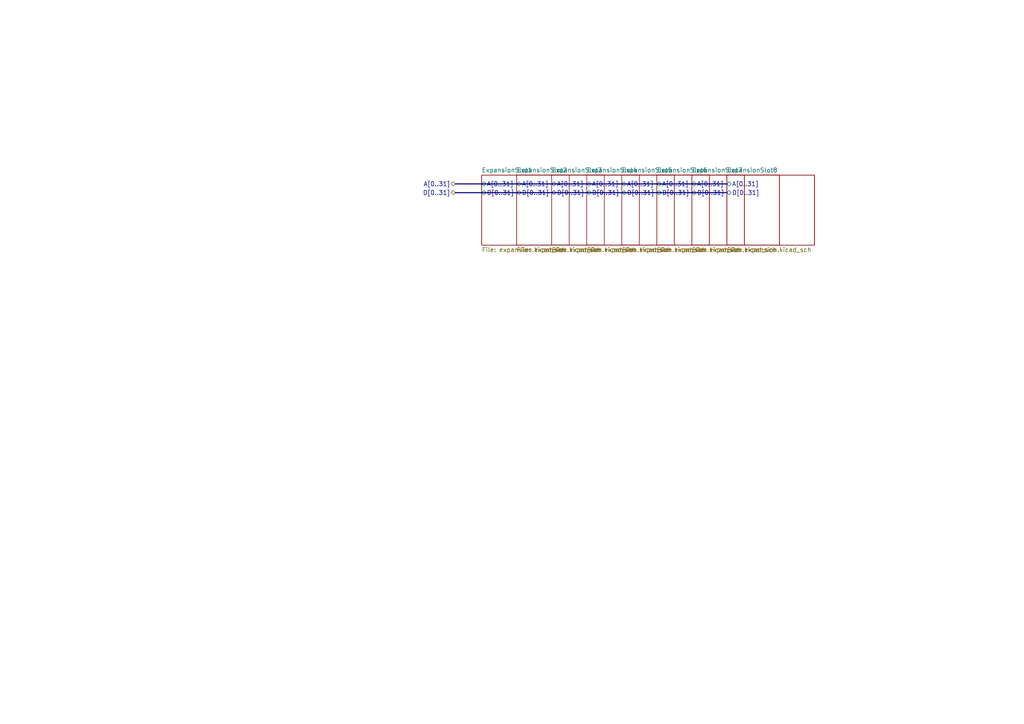
<source format=kicad_sch>
(kicad_sch (version 20230121) (generator eeschema)
  (paper "A4")
  (lib_symbols)
  (bus (pts (xy 132.08 53.34) (xy 210.82 53.34)))
  (bus (pts (xy 132.08 55.88) (xy 210.82 55.88)))
  (hierarchical_label "D[0..31]" (shape bidirectional) (at 132.08 55.88 180))
  (hierarchical_label "A[0..31]" (shape bidirectional) (at 132.08 53.34 180))
  (sheet (at 180.34 50.8) (size 25.4 20.32) (stroke (width 0.1524))
    (property "Sheetname" "ExpansionSlot5" (at 180.34 50.0884 0) (effects (justify left bottom)))
    (property "Sheetfile" "expansion.kicad_sch" (at 180.34 71.7046 0) (effects (justify left top)))
    (pin "D[0..31]" bidirectional (at 180.34 55.88 180))
    (pin "A[0..31]" bidirectional (at 180.34 53.34 180))
  )
  (sheet (at 210.82 50.8) (size 25.4 20.32) (stroke (width 0.1524))
    (property "Sheetname" "ExpansionSlot8" (at 210.82 50.0884 0) (effects (justify left bottom)))
    (property "Sheetfile" "expansion.kicad_sch" (at 210.82 71.7046 0) (effects (justify left top)))
    (pin "D[0..31]" bidirectional (at 210.82 55.88 180))
    (pin "A[0..31]" bidirectional (at 210.82 53.34 180))
  )
  (sheet (at 190.5 50.8) (size 25.4 20.32) (stroke (width 0.1524))
    (property "Sheetname" "ExpansionSlot6" (at 190.5 50.0884 0) (effects (justify left bottom)))
    (property "Sheetfile" "expansion.kicad_sch" (at 190.5 71.7046 0) (effects (justify left top)))
    (pin "D[0..31]" bidirectional (at 190.5 55.88 180))
    (pin "A[0..31]" bidirectional (at 190.5 53.34 180))
  )
  (sheet (at 139.7 50.8) (size 25.4 20.32) (stroke (width 0.1524))
    (property "Sheetname" "ExpansionSlot1" (at 139.7 50.0884 0) (effects (justify left bottom)))
    (property "Sheetfile" "expansion.kicad_sch" (at 139.7 71.7046 0) (effects (justify left top)))
    (pin "D[0..31]" bidirectional (at 139.7 55.88 180))
    (pin "A[0..31]" bidirectional (at 139.7 53.34 180))
  )
  (sheet (at 149.86 50.8) (size 25.4 20.32) (stroke (width 0.1524))
    (property "Sheetname" "ExpansionSlot2" (at 149.86 50.0884 0) (effects (justify left bottom)))
    (property "Sheetfile" "expansion.kicad_sch" (at 149.86 71.7046 0) (effects (justify left top)))
    (pin "D[0..31]" bidirectional (at 149.86 55.88 180))
    (pin "A[0..31]" bidirectional (at 149.86 53.34 180))
  )
  (sheet (at 170.18 50.8) (size 25.4 20.32) (stroke (width 0.1524))
    (property "Sheetname" "ExpansionSlot4" (at 170.18 50.0884 0) (effects (justify left bottom)))
    (property "Sheetfile" "expansion.kicad_sch" (at 170.18 71.7046 0) (effects (justify left top)))
    (pin "D[0..31]" bidirectional (at 170.18 55.88 180))
    (pin "A[0..31]" bidirectional (at 170.18 53.34 180))
  )
  (sheet (at 160.02 50.8) (size 25.4 20.32) (stroke (width 0.1524))
    (property "Sheetname" "ExpansionSlot3" (at 160.02 50.0884 0) (effects (justify left bottom)))
    (property "Sheetfile" "expansion.kicad_sch" (at 160.02 71.7046 0) (effects (justify left top)))
    (pin "D[0..31]" bidirectional (at 160.02 55.88 180))
    (pin "A[0..31]" bidirectional (at 160.02 53.34 180))
  )
  (sheet (at 200.66 50.8) (size 25.4 20.32) (stroke (width 0.1524))
    (property "Sheetname" "ExpansionSlot7" (at 200.66 50.0884 0) (effects (justify left bottom)))
    (property "Sheetfile" "expansion.kicad_sch" (at 200.66 71.7046 0) (effects (justify left top)))
    (pin "D[0..31]" bidirectional (at 200.66 55.88 180))
    (pin "A[0..31]" bidirectional (at 200.66 53.34 180))
  )
)
</source>
